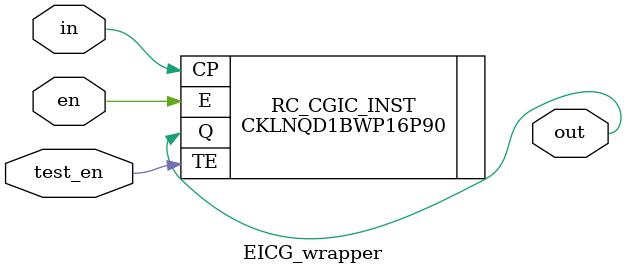
<source format=v>
module EICG_wrapper(
  output out,
  input en,
  input test_en,
  input in
);
  CKLNQD1BWP16P90 RC_CGIC_INST(.E (en), .CP (in), .TE (test_en), .Q(out));
endmodule

</source>
